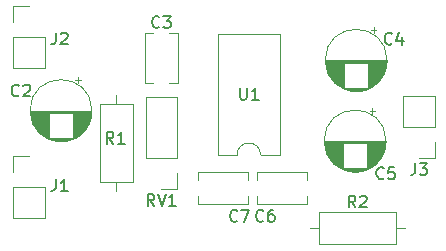
<source format=gbr>
%TF.GenerationSoftware,KiCad,Pcbnew,(6.0.11)*%
%TF.CreationDate,2023-05-30T10:33:30+01:00*%
%TF.ProjectId,tda2822 board,74646132-3832-4322-9062-6f6172642e6b,rev?*%
%TF.SameCoordinates,Original*%
%TF.FileFunction,Legend,Top*%
%TF.FilePolarity,Positive*%
%FSLAX46Y46*%
G04 Gerber Fmt 4.6, Leading zero omitted, Abs format (unit mm)*
G04 Created by KiCad (PCBNEW (6.0.11)) date 2023-05-30 10:33:30*
%MOMM*%
%LPD*%
G01*
G04 APERTURE LIST*
%ADD10C,0.150000*%
%ADD11C,0.120000*%
G04 APERTURE END LIST*
D10*
%TO.C,C6*%
X182833333Y-98957142D02*
X182785714Y-99004761D01*
X182642857Y-99052380D01*
X182547619Y-99052380D01*
X182404761Y-99004761D01*
X182309523Y-98909523D01*
X182261904Y-98814285D01*
X182214285Y-98623809D01*
X182214285Y-98480952D01*
X182261904Y-98290476D01*
X182309523Y-98195238D01*
X182404761Y-98100000D01*
X182547619Y-98052380D01*
X182642857Y-98052380D01*
X182785714Y-98100000D01*
X182833333Y-98147619D01*
X183690476Y-98052380D02*
X183500000Y-98052380D01*
X183404761Y-98100000D01*
X183357142Y-98147619D01*
X183261904Y-98290476D01*
X183214285Y-98480952D01*
X183214285Y-98861904D01*
X183261904Y-98957142D01*
X183309523Y-99004761D01*
X183404761Y-99052380D01*
X183595238Y-99052380D01*
X183690476Y-99004761D01*
X183738095Y-98957142D01*
X183785714Y-98861904D01*
X183785714Y-98623809D01*
X183738095Y-98528571D01*
X183690476Y-98480952D01*
X183595238Y-98433333D01*
X183404761Y-98433333D01*
X183309523Y-98480952D01*
X183261904Y-98528571D01*
X183214285Y-98623809D01*
%TO.C,J2*%
X165266666Y-83052380D02*
X165266666Y-83766666D01*
X165219047Y-83909523D01*
X165123809Y-84004761D01*
X164980952Y-84052380D01*
X164885714Y-84052380D01*
X165695238Y-83147619D02*
X165742857Y-83100000D01*
X165838095Y-83052380D01*
X166076190Y-83052380D01*
X166171428Y-83100000D01*
X166219047Y-83147619D01*
X166266666Y-83242857D01*
X166266666Y-83338095D01*
X166219047Y-83480952D01*
X165647619Y-84052380D01*
X166266666Y-84052380D01*
%TO.C,RV1*%
X173604761Y-97707380D02*
X173271428Y-97231190D01*
X173033333Y-97707380D02*
X173033333Y-96707380D01*
X173414285Y-96707380D01*
X173509523Y-96755000D01*
X173557142Y-96802619D01*
X173604761Y-96897857D01*
X173604761Y-97040714D01*
X173557142Y-97135952D01*
X173509523Y-97183571D01*
X173414285Y-97231190D01*
X173033333Y-97231190D01*
X173890476Y-96707380D02*
X174223809Y-97707380D01*
X174557142Y-96707380D01*
X175414285Y-97707380D02*
X174842857Y-97707380D01*
X175128571Y-97707380D02*
X175128571Y-96707380D01*
X175033333Y-96850238D01*
X174938095Y-96945476D01*
X174842857Y-96993095D01*
%TO.C,J1*%
X165266666Y-95452380D02*
X165266666Y-96166666D01*
X165219047Y-96309523D01*
X165123809Y-96404761D01*
X164980952Y-96452380D01*
X164885714Y-96452380D01*
X166266666Y-96452380D02*
X165695238Y-96452380D01*
X165980952Y-96452380D02*
X165980952Y-95452380D01*
X165885714Y-95595238D01*
X165790476Y-95690476D01*
X165695238Y-95738095D01*
%TO.C,J3*%
X195686666Y-94087380D02*
X195686666Y-94801666D01*
X195639047Y-94944523D01*
X195543809Y-95039761D01*
X195400952Y-95087380D01*
X195305714Y-95087380D01*
X196067619Y-94087380D02*
X196686666Y-94087380D01*
X196353333Y-94468333D01*
X196496190Y-94468333D01*
X196591428Y-94515952D01*
X196639047Y-94563571D01*
X196686666Y-94658809D01*
X196686666Y-94896904D01*
X196639047Y-94992142D01*
X196591428Y-95039761D01*
X196496190Y-95087380D01*
X196210476Y-95087380D01*
X196115238Y-95039761D01*
X196067619Y-94992142D01*
%TO.C,C3*%
X174033333Y-82557142D02*
X173985714Y-82604761D01*
X173842857Y-82652380D01*
X173747619Y-82652380D01*
X173604761Y-82604761D01*
X173509523Y-82509523D01*
X173461904Y-82414285D01*
X173414285Y-82223809D01*
X173414285Y-82080952D01*
X173461904Y-81890476D01*
X173509523Y-81795238D01*
X173604761Y-81700000D01*
X173747619Y-81652380D01*
X173842857Y-81652380D01*
X173985714Y-81700000D01*
X174033333Y-81747619D01*
X174366666Y-81652380D02*
X174985714Y-81652380D01*
X174652380Y-82033333D01*
X174795238Y-82033333D01*
X174890476Y-82080952D01*
X174938095Y-82128571D01*
X174985714Y-82223809D01*
X174985714Y-82461904D01*
X174938095Y-82557142D01*
X174890476Y-82604761D01*
X174795238Y-82652380D01*
X174509523Y-82652380D01*
X174414285Y-82604761D01*
X174366666Y-82557142D01*
%TO.C,C4*%
X193723109Y-83967366D02*
X193675490Y-84014985D01*
X193532633Y-84062604D01*
X193437395Y-84062604D01*
X193294537Y-84014985D01*
X193199299Y-83919747D01*
X193151680Y-83824509D01*
X193104061Y-83634033D01*
X193104061Y-83491176D01*
X193151680Y-83300700D01*
X193199299Y-83205462D01*
X193294537Y-83110224D01*
X193437395Y-83062604D01*
X193532633Y-83062604D01*
X193675490Y-83110224D01*
X193723109Y-83157843D01*
X194580252Y-83395938D02*
X194580252Y-84062604D01*
X194342156Y-83014985D02*
X194104061Y-83729271D01*
X194723109Y-83729271D01*
%TO.C,R1*%
X170133333Y-92452380D02*
X169800000Y-91976190D01*
X169561904Y-92452380D02*
X169561904Y-91452380D01*
X169942857Y-91452380D01*
X170038095Y-91500000D01*
X170085714Y-91547619D01*
X170133333Y-91642857D01*
X170133333Y-91785714D01*
X170085714Y-91880952D01*
X170038095Y-91928571D01*
X169942857Y-91976190D01*
X169561904Y-91976190D01*
X171085714Y-92452380D02*
X170514285Y-92452380D01*
X170800000Y-92452380D02*
X170800000Y-91452380D01*
X170704761Y-91595238D01*
X170609523Y-91690476D01*
X170514285Y-91738095D01*
%TO.C,C5*%
X193033333Y-95357142D02*
X192985714Y-95404761D01*
X192842857Y-95452380D01*
X192747619Y-95452380D01*
X192604761Y-95404761D01*
X192509523Y-95309523D01*
X192461904Y-95214285D01*
X192414285Y-95023809D01*
X192414285Y-94880952D01*
X192461904Y-94690476D01*
X192509523Y-94595238D01*
X192604761Y-94500000D01*
X192747619Y-94452380D01*
X192842857Y-94452380D01*
X192985714Y-94500000D01*
X193033333Y-94547619D01*
X193938095Y-94452380D02*
X193461904Y-94452380D01*
X193414285Y-94928571D01*
X193461904Y-94880952D01*
X193557142Y-94833333D01*
X193795238Y-94833333D01*
X193890476Y-94880952D01*
X193938095Y-94928571D01*
X193985714Y-95023809D01*
X193985714Y-95261904D01*
X193938095Y-95357142D01*
X193890476Y-95404761D01*
X193795238Y-95452380D01*
X193557142Y-95452380D01*
X193461904Y-95404761D01*
X193414285Y-95357142D01*
%TO.C,R2*%
X190633333Y-97852380D02*
X190300000Y-97376190D01*
X190061904Y-97852380D02*
X190061904Y-96852380D01*
X190442857Y-96852380D01*
X190538095Y-96900000D01*
X190585714Y-96947619D01*
X190633333Y-97042857D01*
X190633333Y-97185714D01*
X190585714Y-97280952D01*
X190538095Y-97328571D01*
X190442857Y-97376190D01*
X190061904Y-97376190D01*
X191014285Y-96947619D02*
X191061904Y-96900000D01*
X191157142Y-96852380D01*
X191395238Y-96852380D01*
X191490476Y-96900000D01*
X191538095Y-96947619D01*
X191585714Y-97042857D01*
X191585714Y-97138095D01*
X191538095Y-97280952D01*
X190966666Y-97852380D01*
X191585714Y-97852380D01*
%TO.C,C2*%
X162133333Y-88357142D02*
X162085714Y-88404761D01*
X161942857Y-88452380D01*
X161847619Y-88452380D01*
X161704761Y-88404761D01*
X161609523Y-88309523D01*
X161561904Y-88214285D01*
X161514285Y-88023809D01*
X161514285Y-87880952D01*
X161561904Y-87690476D01*
X161609523Y-87595238D01*
X161704761Y-87500000D01*
X161847619Y-87452380D01*
X161942857Y-87452380D01*
X162085714Y-87500000D01*
X162133333Y-87547619D01*
X162514285Y-87547619D02*
X162561904Y-87500000D01*
X162657142Y-87452380D01*
X162895238Y-87452380D01*
X162990476Y-87500000D01*
X163038095Y-87547619D01*
X163085714Y-87642857D01*
X163085714Y-87738095D01*
X163038095Y-87880952D01*
X162466666Y-88452380D01*
X163085714Y-88452380D01*
%TO.C,U1*%
X180858095Y-87727380D02*
X180858095Y-88536904D01*
X180905714Y-88632142D01*
X180953333Y-88679761D01*
X181048571Y-88727380D01*
X181239047Y-88727380D01*
X181334285Y-88679761D01*
X181381904Y-88632142D01*
X181429523Y-88536904D01*
X181429523Y-87727380D01*
X182429523Y-88727380D02*
X181858095Y-88727380D01*
X182143809Y-88727380D02*
X182143809Y-87727380D01*
X182048571Y-87870238D01*
X181953333Y-87965476D01*
X181858095Y-88013095D01*
%TO.C,C7*%
X180633333Y-98957142D02*
X180585714Y-99004761D01*
X180442857Y-99052380D01*
X180347619Y-99052380D01*
X180204761Y-99004761D01*
X180109523Y-98909523D01*
X180061904Y-98814285D01*
X180014285Y-98623809D01*
X180014285Y-98480952D01*
X180061904Y-98290476D01*
X180109523Y-98195238D01*
X180204761Y-98100000D01*
X180347619Y-98052380D01*
X180442857Y-98052380D01*
X180585714Y-98100000D01*
X180633333Y-98147619D01*
X180966666Y-98052380D02*
X181633333Y-98052380D01*
X181204761Y-99052380D01*
D11*
%TO.C,C6*%
X186570000Y-94830000D02*
X186570000Y-95535000D01*
X182330000Y-94830000D02*
X186570000Y-94830000D01*
X182330000Y-96865000D02*
X182330000Y-97570000D01*
X182330000Y-94830000D02*
X182330000Y-95535000D01*
X186570000Y-96865000D02*
X186570000Y-97570000D01*
X182330000Y-97570000D02*
X186570000Y-97570000D01*
%TO.C,J2*%
X161670000Y-82140000D02*
X161670000Y-80810000D01*
X161670000Y-83410000D02*
X164330000Y-83410000D01*
X161670000Y-80810000D02*
X163000000Y-80810000D01*
X161670000Y-83410000D02*
X161670000Y-86010000D01*
X161670000Y-86010000D02*
X164330000Y-86010000D01*
X164330000Y-83410000D02*
X164330000Y-86010000D01*
%TO.C,RV1*%
X172870000Y-93655000D02*
X172870000Y-88515000D01*
X175530000Y-88515000D02*
X172870000Y-88515000D01*
X175530000Y-93655000D02*
X172870000Y-93655000D01*
X175530000Y-94925000D02*
X175530000Y-96255000D01*
X175530000Y-93655000D02*
X175530000Y-88515000D01*
X175530000Y-96255000D02*
X174200000Y-96255000D01*
%TO.C,J1*%
X161670000Y-96110000D02*
X161670000Y-98710000D01*
X164330000Y-96110000D02*
X164330000Y-98710000D01*
X161670000Y-93510000D02*
X163000000Y-93510000D01*
X161670000Y-96110000D02*
X164330000Y-96110000D01*
X161670000Y-94840000D02*
X161670000Y-93510000D01*
X161670000Y-98710000D02*
X164330000Y-98710000D01*
%TO.C,J3*%
X197350000Y-93635000D02*
X196020000Y-93635000D01*
X197350000Y-91035000D02*
X194690000Y-91035000D01*
X197350000Y-91035000D02*
X197350000Y-88435000D01*
X197350000Y-92305000D02*
X197350000Y-93635000D01*
X197350000Y-88435000D02*
X194690000Y-88435000D01*
X194690000Y-91035000D02*
X194690000Y-88435000D01*
%TO.C,C3*%
X173535000Y-83080000D02*
X172830000Y-83080000D01*
X173535000Y-87320000D02*
X172830000Y-87320000D01*
X172830000Y-83080000D02*
X172830000Y-87320000D01*
X175570000Y-83080000D02*
X175570000Y-87320000D01*
X175570000Y-83080000D02*
X174865000Y-83080000D01*
X175570000Y-87320000D02*
X174865000Y-87320000D01*
%TO.C,C4*%
X193144776Y-86190776D02*
X191729776Y-86190776D01*
X189649776Y-87310776D02*
X188946776Y-87310776D01*
X189649776Y-85709776D02*
X188128776Y-85709776D01*
X189649776Y-87350776D02*
X188990776Y-87350776D01*
X189649776Y-86510776D02*
X188360776Y-86510776D01*
X189649776Y-87670776D02*
X189438776Y-87670776D01*
X189649776Y-86150776D02*
X188221776Y-86150776D01*
X193209776Y-85949776D02*
X191729776Y-85949776D01*
X192784776Y-86910776D02*
X191729776Y-86910776D01*
X189649776Y-86430776D02*
X188324776Y-86430776D01*
X189649776Y-87270776D02*
X188904776Y-87270776D01*
X189649776Y-87230776D02*
X188863776Y-87230776D01*
X189649776Y-86110776D02*
X188209776Y-86110776D01*
X193239776Y-85789776D02*
X191729776Y-85789776D01*
X192342776Y-87390776D02*
X191729776Y-87390776D01*
X192432776Y-87310776D02*
X191729776Y-87310776D01*
X193254776Y-85669776D02*
X191729776Y-85669776D01*
X189649776Y-86710776D02*
X188465776Y-86710776D01*
X189649776Y-86750776D02*
X188489776Y-86750776D01*
X189649776Y-86190776D02*
X188234776Y-86190776D01*
X192243776Y-87470776D02*
X191729776Y-87470776D01*
X189649776Y-86390776D02*
X188307776Y-86390776D01*
X189649776Y-87430776D02*
X189084776Y-87430776D01*
X190973776Y-87990776D02*
X190405776Y-87990776D01*
X189649776Y-87550776D02*
X189246776Y-87550776D01*
X193037776Y-86470776D02*
X191729776Y-86470776D01*
X193269776Y-85389776D02*
X188109776Y-85389776D01*
X189649776Y-85989776D02*
X188178776Y-85989776D01*
X192999776Y-86550776D02*
X191729776Y-86550776D01*
X192724776Y-86990776D02*
X191729776Y-86990776D01*
X189649776Y-86630776D02*
X188421776Y-86630776D01*
X193250776Y-85709776D02*
X191729776Y-85709776D01*
X192979776Y-86590776D02*
X191729776Y-86590776D01*
X193018776Y-86510776D02*
X191729776Y-86510776D01*
X192590776Y-87150776D02*
X191729776Y-87150776D01*
X191366776Y-87910776D02*
X190012776Y-87910776D01*
X193217776Y-85909776D02*
X191729776Y-85909776D01*
X192189776Y-87510776D02*
X191729776Y-87510776D01*
X189649776Y-87030776D02*
X188685776Y-87030776D01*
X193169776Y-86110776D02*
X191729776Y-86110776D01*
X191940776Y-87670776D02*
X191729776Y-87670776D01*
X189649776Y-87390776D02*
X189036776Y-87390776D01*
X189649776Y-87590776D02*
X189306776Y-87590776D01*
X193131776Y-86230776D02*
X191729776Y-86230776D01*
X189649776Y-87630776D02*
X189370776Y-87630776D01*
X192414776Y-82835001D02*
X191914776Y-82835001D01*
X193258776Y-85629776D02*
X191729776Y-85629776D01*
X193190776Y-86029776D02*
X191729776Y-86029776D01*
X192008776Y-87630776D02*
X191729776Y-87630776D01*
X193269776Y-85429776D02*
X188109776Y-85429776D01*
X189649776Y-86910776D02*
X188594776Y-86910776D01*
X189649776Y-87150776D02*
X188788776Y-87150776D01*
X192388776Y-87350776D02*
X191729776Y-87350776D01*
X189649776Y-85909776D02*
X188161776Y-85909776D01*
X189649776Y-86790776D02*
X188514776Y-86790776D01*
X189649776Y-86350776D02*
X188291776Y-86350776D01*
X191787776Y-87750776D02*
X189591776Y-87750776D01*
X193071776Y-86390776D02*
X191729776Y-86390776D01*
X193268776Y-85469776D02*
X188110776Y-85469776D01*
X189649776Y-86310776D02*
X188275776Y-86310776D01*
X193180776Y-86069776D02*
X191729776Y-86069776D01*
X192889776Y-86750776D02*
X191729776Y-86750776D01*
X191604776Y-87830776D02*
X189774776Y-87830776D01*
X193232776Y-85829776D02*
X191729776Y-85829776D01*
X192294776Y-87430776D02*
X191729776Y-87430776D01*
X192164776Y-82585001D02*
X192164776Y-83085001D01*
X189649776Y-85749776D02*
X188133776Y-85749776D01*
X192132776Y-87550776D02*
X191729776Y-87550776D01*
X192864776Y-86790776D02*
X191729776Y-86790776D01*
X189649776Y-87510776D02*
X189189776Y-87510776D01*
X189649776Y-86230776D02*
X188247776Y-86230776D01*
X192838776Y-86830776D02*
X191729776Y-86830776D01*
X189649776Y-85629776D02*
X188120776Y-85629776D01*
X189649776Y-87470776D02*
X189135776Y-87470776D01*
X193054776Y-86430776D02*
X191729776Y-86430776D01*
X193262776Y-85589776D02*
X188116776Y-85589776D01*
X189649776Y-86950776D02*
X188624776Y-86950776D01*
X192660776Y-87070776D02*
X191729776Y-87070776D01*
X191494776Y-87870776D02*
X189884776Y-87870776D01*
X191867776Y-87710776D02*
X189511776Y-87710776D01*
X189649776Y-87070776D02*
X188718776Y-87070776D01*
X193103776Y-86310776D02*
X191729776Y-86310776D01*
X189649776Y-85669776D02*
X188124776Y-85669776D01*
X189649776Y-86029776D02*
X188188776Y-86029776D01*
X192626776Y-87110776D02*
X191729776Y-87110776D01*
X189649776Y-86069776D02*
X188198776Y-86069776D01*
X189649776Y-85949776D02*
X188169776Y-85949776D01*
X189649776Y-86590776D02*
X188399776Y-86590776D01*
X193117776Y-86270776D02*
X191729776Y-86270776D01*
X192913776Y-86710776D02*
X191729776Y-86710776D01*
X189649776Y-86270776D02*
X188261776Y-86270776D01*
X193245776Y-85749776D02*
X191729776Y-85749776D01*
X193087776Y-86350776D02*
X191729776Y-86350776D01*
X193265776Y-85549776D02*
X188113776Y-85549776D01*
X193200776Y-85989776D02*
X191729776Y-85989776D01*
X192754776Y-86950776D02*
X191729776Y-86950776D01*
X193267776Y-85509776D02*
X188111776Y-85509776D01*
X191207776Y-87950776D02*
X190171776Y-87950776D01*
X192957776Y-86630776D02*
X191729776Y-86630776D01*
X189649776Y-85829776D02*
X188146776Y-85829776D01*
X189649776Y-86470776D02*
X188341776Y-86470776D01*
X191700776Y-87790776D02*
X189678776Y-87790776D01*
X189649776Y-87110776D02*
X188752776Y-87110776D01*
X192072776Y-87590776D02*
X191729776Y-87590776D01*
X192811776Y-86870776D02*
X191729776Y-86870776D01*
X189649776Y-86670776D02*
X188442776Y-86670776D01*
X189649776Y-86550776D02*
X188379776Y-86550776D01*
X189649776Y-86990776D02*
X188654776Y-86990776D01*
X192693776Y-87030776D02*
X191729776Y-87030776D01*
X189649776Y-86830776D02*
X188540776Y-86830776D01*
X189649776Y-85789776D02*
X188139776Y-85789776D01*
X192515776Y-87230776D02*
X191729776Y-87230776D01*
X192553776Y-87190776D02*
X191729776Y-87190776D01*
X189649776Y-86870776D02*
X188567776Y-86870776D01*
X192474776Y-87270776D02*
X191729776Y-87270776D01*
X193225776Y-85869776D02*
X191729776Y-85869776D01*
X189649776Y-85869776D02*
X188153776Y-85869776D01*
X193157776Y-86150776D02*
X191729776Y-86150776D01*
X189649776Y-87190776D02*
X188825776Y-87190776D01*
X192936776Y-86670776D02*
X191729776Y-86670776D01*
X193309776Y-85389776D02*
G75*
G03*
X193309776Y-85389776I-2620000J0D01*
G01*
%TO.C,R1*%
X169030000Y-95670000D02*
X171770000Y-95670000D01*
X170400000Y-88360000D02*
X170400000Y-89130000D01*
X171770000Y-95670000D02*
X171770000Y-89130000D01*
X171770000Y-89130000D02*
X169030000Y-89130000D01*
X170400000Y-96440000D02*
X170400000Y-95670000D01*
X169030000Y-89130000D02*
X169030000Y-95670000D01*
%TO.C,C5*%
X189560000Y-93825435D02*
X188565000Y-93825435D01*
X193128000Y-92744435D02*
X191640000Y-92744435D01*
X191277000Y-94745435D02*
X189923000Y-94745435D01*
X189560000Y-93065435D02*
X188158000Y-93065435D01*
X193173000Y-92424435D02*
X188027000Y-92424435D01*
X192910000Y-93385435D02*
X191640000Y-93385435D01*
X189560000Y-93545435D02*
X188376000Y-93545435D01*
X189560000Y-94305435D02*
X189046000Y-94305435D01*
X193101000Y-92864435D02*
X191640000Y-92864435D01*
X193176000Y-92384435D02*
X188024000Y-92384435D01*
X189560000Y-93585435D02*
X188400000Y-93585435D01*
X192890000Y-93425435D02*
X191640000Y-93425435D01*
X189560000Y-92985435D02*
X188132000Y-92985435D01*
X192929000Y-93345435D02*
X191640000Y-93345435D01*
X193111000Y-92824435D02*
X191640000Y-92824435D01*
X193120000Y-92784435D02*
X191640000Y-92784435D01*
X192205000Y-94265435D02*
X191640000Y-94265435D01*
X192385000Y-94105435D02*
X191640000Y-94105435D01*
X189560000Y-93465435D02*
X188332000Y-93465435D01*
X189560000Y-94345435D02*
X189100000Y-94345435D01*
X189560000Y-93425435D02*
X188310000Y-93425435D01*
X190884000Y-94825435D02*
X190316000Y-94825435D01*
X189560000Y-93025435D02*
X188145000Y-93025435D01*
X189560000Y-93505435D02*
X188353000Y-93505435D01*
X191405000Y-94705435D02*
X189795000Y-94705435D01*
X189560000Y-93305435D02*
X188252000Y-93305435D01*
X193068000Y-92985435D02*
X191640000Y-92985435D01*
X189560000Y-93265435D02*
X188235000Y-93265435D01*
X193165000Y-92504435D02*
X191640000Y-92504435D01*
X192426000Y-94065435D02*
X191640000Y-94065435D01*
X192868000Y-93465435D02*
X191640000Y-93465435D01*
X192775000Y-93625435D02*
X191640000Y-93625435D01*
X192948000Y-93305435D02*
X191640000Y-93305435D01*
X189560000Y-92744435D02*
X188072000Y-92744435D01*
X192982000Y-93225435D02*
X191640000Y-93225435D01*
X189560000Y-93865435D02*
X188596000Y-93865435D01*
X189560000Y-92464435D02*
X188031000Y-92464435D01*
X192847000Y-93505435D02*
X191640000Y-93505435D01*
X192537000Y-93945435D02*
X191640000Y-93945435D01*
X192154000Y-94305435D02*
X191640000Y-94305435D01*
X189560000Y-93945435D02*
X188663000Y-93945435D01*
X193178000Y-92344435D02*
X188022000Y-92344435D01*
X189560000Y-93625435D02*
X188425000Y-93625435D01*
X189560000Y-92584435D02*
X188044000Y-92584435D01*
X191983000Y-94425435D02*
X191640000Y-94425435D01*
X189560000Y-94425435D02*
X189217000Y-94425435D01*
X189560000Y-93745435D02*
X188505000Y-93745435D01*
X193180000Y-92224435D02*
X188020000Y-92224435D01*
X192665000Y-93785435D02*
X191640000Y-93785435D01*
X192299000Y-94185435D02*
X191640000Y-94185435D01*
X189560000Y-93225435D02*
X188218000Y-93225435D01*
X192075000Y-89419660D02*
X192075000Y-89919660D01*
X191698000Y-94585435D02*
X189502000Y-94585435D01*
X191611000Y-94625435D02*
X189589000Y-94625435D01*
X189560000Y-93985435D02*
X188699000Y-93985435D01*
X189560000Y-93345435D02*
X188271000Y-93345435D01*
X193143000Y-92664435D02*
X191640000Y-92664435D01*
X189560000Y-93145435D02*
X188186000Y-93145435D01*
X191778000Y-94545435D02*
X189422000Y-94545435D01*
X189560000Y-93665435D02*
X188451000Y-93665435D01*
X192343000Y-94145435D02*
X191640000Y-94145435D01*
X189560000Y-94385435D02*
X189157000Y-94385435D01*
X193150000Y-92624435D02*
X191640000Y-92624435D01*
X192501000Y-93985435D02*
X191640000Y-93985435D01*
X189560000Y-93905435D02*
X188629000Y-93905435D01*
X189560000Y-94105435D02*
X188815000Y-94105435D01*
X189560000Y-92704435D02*
X188064000Y-92704435D01*
X193180000Y-92264435D02*
X188020000Y-92264435D01*
X193014000Y-93145435D02*
X191640000Y-93145435D01*
X189560000Y-94465435D02*
X189281000Y-94465435D01*
X189560000Y-94065435D02*
X188774000Y-94065435D01*
X193028000Y-93105435D02*
X191640000Y-93105435D01*
X191118000Y-94785435D02*
X190082000Y-94785435D01*
X189560000Y-92504435D02*
X188035000Y-92504435D01*
X193055000Y-93025435D02*
X191640000Y-93025435D01*
X193156000Y-92584435D02*
X191640000Y-92584435D01*
X192824000Y-93545435D02*
X191640000Y-93545435D01*
X192998000Y-93185435D02*
X191640000Y-93185435D01*
X189560000Y-92824435D02*
X188089000Y-92824435D01*
X189560000Y-93705435D02*
X188478000Y-93705435D01*
X193179000Y-92304435D02*
X188021000Y-92304435D01*
X189560000Y-94265435D02*
X188995000Y-94265435D01*
X189560000Y-92784435D02*
X188080000Y-92784435D01*
X192325000Y-89669660D02*
X191825000Y-89669660D01*
X192749000Y-93665435D02*
X191640000Y-93665435D01*
X192043000Y-94385435D02*
X191640000Y-94385435D01*
X189560000Y-92945435D02*
X188120000Y-92945435D01*
X189560000Y-94185435D02*
X188901000Y-94185435D01*
X189560000Y-92624435D02*
X188050000Y-92624435D01*
X192965000Y-93265435D02*
X191640000Y-93265435D01*
X193042000Y-93065435D02*
X191640000Y-93065435D01*
X189560000Y-94505435D02*
X189349000Y-94505435D01*
X192800000Y-93585435D02*
X191640000Y-93585435D01*
X193136000Y-92704435D02*
X191640000Y-92704435D01*
X189560000Y-94025435D02*
X188736000Y-94025435D01*
X189560000Y-92664435D02*
X188057000Y-92664435D01*
X191919000Y-94465435D02*
X191640000Y-94465435D01*
X189560000Y-92864435D02*
X188099000Y-92864435D01*
X192571000Y-93905435D02*
X191640000Y-93905435D01*
X192604000Y-93865435D02*
X191640000Y-93865435D01*
X193161000Y-92544435D02*
X191640000Y-92544435D01*
X189560000Y-93385435D02*
X188290000Y-93385435D01*
X193169000Y-92464435D02*
X191640000Y-92464435D01*
X193080000Y-92945435D02*
X191640000Y-92945435D01*
X189560000Y-93185435D02*
X188202000Y-93185435D01*
X191515000Y-94665435D02*
X189685000Y-94665435D01*
X192100000Y-94345435D02*
X191640000Y-94345435D01*
X192464000Y-94025435D02*
X191640000Y-94025435D01*
X192635000Y-93825435D02*
X191640000Y-93825435D01*
X189560000Y-93785435D02*
X188535000Y-93785435D01*
X189560000Y-92904435D02*
X188109000Y-92904435D01*
X191851000Y-94505435D02*
X191640000Y-94505435D01*
X189560000Y-94225435D02*
X188947000Y-94225435D01*
X189560000Y-92544435D02*
X188039000Y-92544435D01*
X192722000Y-93705435D02*
X191640000Y-93705435D01*
X189560000Y-93105435D02*
X188172000Y-93105435D01*
X192695000Y-93745435D02*
X191640000Y-93745435D01*
X192253000Y-94225435D02*
X191640000Y-94225435D01*
X193091000Y-92904435D02*
X191640000Y-92904435D01*
X189560000Y-94145435D02*
X188857000Y-94145435D01*
X193220000Y-92224435D02*
G75*
G03*
X193220000Y-92224435I-2620000J0D01*
G01*
%TO.C,R2*%
X186760000Y-99600000D02*
X187530000Y-99600000D01*
X194070000Y-100970000D02*
X194070000Y-98230000D01*
X194840000Y-99600000D02*
X194070000Y-99600000D01*
X194070000Y-98230000D02*
X187530000Y-98230000D01*
X187530000Y-98230000D02*
X187530000Y-100970000D01*
X187530000Y-100970000D02*
X194070000Y-100970000D01*
%TO.C,C2*%
X164660000Y-90811000D02*
X163390000Y-90811000D01*
X167019000Y-91891000D02*
X166740000Y-91891000D01*
X166615000Y-92091000D02*
X164785000Y-92091000D01*
X168201000Y-90290000D02*
X166740000Y-90290000D01*
X164660000Y-90411000D02*
X163232000Y-90411000D01*
X164660000Y-90891000D02*
X163432000Y-90891000D01*
X168278000Y-89770000D02*
X163122000Y-89770000D01*
X166878000Y-91971000D02*
X164522000Y-91971000D01*
X167849000Y-91091000D02*
X166740000Y-91091000D01*
X164660000Y-90130000D02*
X163164000Y-90130000D01*
X164660000Y-91811000D02*
X164257000Y-91811000D01*
X168065000Y-90691000D02*
X166740000Y-90691000D01*
X164660000Y-90531000D02*
X163272000Y-90531000D01*
X164660000Y-91051000D02*
X163525000Y-91051000D01*
X166951000Y-91931000D02*
X166740000Y-91931000D01*
X168256000Y-90010000D02*
X166740000Y-90010000D01*
X168142000Y-90491000D02*
X166740000Y-90491000D01*
X167305000Y-91691000D02*
X166740000Y-91691000D01*
X164660000Y-91611000D02*
X164001000Y-91611000D01*
X167947000Y-90931000D02*
X166740000Y-90931000D01*
X168269000Y-89890000D02*
X166740000Y-89890000D01*
X164660000Y-90931000D02*
X163453000Y-90931000D01*
X164660000Y-91331000D02*
X163729000Y-91331000D01*
X168211000Y-90250000D02*
X166740000Y-90250000D01*
X164660000Y-90611000D02*
X163302000Y-90611000D01*
X168168000Y-90411000D02*
X166740000Y-90411000D01*
X167795000Y-91171000D02*
X166740000Y-91171000D01*
X164660000Y-89930000D02*
X163135000Y-89930000D01*
X164660000Y-91251000D02*
X163665000Y-91251000D01*
X168279000Y-89730000D02*
X163121000Y-89730000D01*
X167443000Y-91571000D02*
X166740000Y-91571000D01*
X164660000Y-90371000D02*
X163220000Y-90371000D01*
X166218000Y-92211000D02*
X165182000Y-92211000D01*
X168280000Y-89650000D02*
X163120000Y-89650000D01*
X167765000Y-91211000D02*
X166740000Y-91211000D01*
X167968000Y-90891000D02*
X166740000Y-90891000D01*
X167671000Y-91331000D02*
X166740000Y-91331000D01*
X164660000Y-91891000D02*
X164381000Y-91891000D01*
X164660000Y-91451000D02*
X163836000Y-91451000D01*
X164660000Y-91411000D02*
X163799000Y-91411000D01*
X164660000Y-91651000D02*
X164047000Y-91651000D01*
X168243000Y-90090000D02*
X166740000Y-90090000D01*
X168220000Y-90210000D02*
X166740000Y-90210000D01*
X164660000Y-91771000D02*
X164200000Y-91771000D01*
X168098000Y-90611000D02*
X166740000Y-90611000D01*
X167254000Y-91731000D02*
X166740000Y-91731000D01*
X166505000Y-92131000D02*
X164895000Y-92131000D01*
X164660000Y-91131000D02*
X163578000Y-91131000D01*
X167875000Y-91051000D02*
X166740000Y-91051000D01*
X168280000Y-89690000D02*
X163120000Y-89690000D01*
X164660000Y-90731000D02*
X163352000Y-90731000D01*
X164660000Y-90451000D02*
X163245000Y-90451000D01*
X166711000Y-92051000D02*
X164689000Y-92051000D01*
X164660000Y-91931000D02*
X164449000Y-91931000D01*
X168029000Y-90771000D02*
X166740000Y-90771000D01*
X168114000Y-90571000D02*
X166740000Y-90571000D01*
X164660000Y-90170000D02*
X163172000Y-90170000D01*
X167601000Y-91411000D02*
X166740000Y-91411000D01*
X168228000Y-90170000D02*
X166740000Y-90170000D01*
X168261000Y-89970000D02*
X166740000Y-89970000D01*
X164660000Y-90771000D02*
X163371000Y-90771000D01*
X164660000Y-91491000D02*
X163874000Y-91491000D01*
X168082000Y-90651000D02*
X166740000Y-90651000D01*
X168048000Y-90731000D02*
X166740000Y-90731000D01*
X164660000Y-89970000D02*
X163139000Y-89970000D01*
X167924000Y-90971000D02*
X166740000Y-90971000D01*
X164660000Y-91531000D02*
X163915000Y-91531000D01*
X167353000Y-91651000D02*
X166740000Y-91651000D01*
X167485000Y-91531000D02*
X166740000Y-91531000D01*
X164660000Y-91291000D02*
X163696000Y-91291000D01*
X168010000Y-90811000D02*
X166740000Y-90811000D01*
X167526000Y-91491000D02*
X166740000Y-91491000D01*
X164660000Y-91851000D02*
X164317000Y-91851000D01*
X167083000Y-91851000D02*
X166740000Y-91851000D01*
X164660000Y-90691000D02*
X163335000Y-90691000D01*
X167143000Y-91811000D02*
X166740000Y-91811000D01*
X167735000Y-91251000D02*
X166740000Y-91251000D01*
X164660000Y-91371000D02*
X163763000Y-91371000D01*
X164660000Y-90090000D02*
X163157000Y-90090000D01*
X164660000Y-91011000D02*
X163500000Y-91011000D01*
X168236000Y-90130000D02*
X166740000Y-90130000D01*
X168155000Y-90451000D02*
X166740000Y-90451000D01*
X168180000Y-90371000D02*
X166740000Y-90371000D01*
X167704000Y-91291000D02*
X166740000Y-91291000D01*
X168250000Y-90050000D02*
X166740000Y-90050000D01*
X166377000Y-92171000D02*
X165023000Y-92171000D01*
X164660000Y-90651000D02*
X163318000Y-90651000D01*
X168128000Y-90531000D02*
X166740000Y-90531000D01*
X167822000Y-91131000D02*
X166740000Y-91131000D01*
X164660000Y-91211000D02*
X163635000Y-91211000D01*
X164660000Y-90971000D02*
X163476000Y-90971000D01*
X168276000Y-89810000D02*
X163124000Y-89810000D01*
X167990000Y-90851000D02*
X166740000Y-90851000D01*
X164660000Y-91691000D02*
X164095000Y-91691000D01*
X167425000Y-87095225D02*
X166925000Y-87095225D01*
X167175000Y-86845225D02*
X167175000Y-87345225D01*
X164660000Y-90210000D02*
X163180000Y-90210000D01*
X166798000Y-92011000D02*
X164602000Y-92011000D01*
X164660000Y-90010000D02*
X163144000Y-90010000D01*
X168265000Y-89930000D02*
X166740000Y-89930000D01*
X167564000Y-91451000D02*
X166740000Y-91451000D01*
X164660000Y-90250000D02*
X163189000Y-90250000D01*
X164660000Y-89890000D02*
X163131000Y-89890000D01*
X164660000Y-91571000D02*
X163957000Y-91571000D01*
X167200000Y-91771000D02*
X166740000Y-91771000D01*
X164660000Y-91171000D02*
X163605000Y-91171000D01*
X167399000Y-91611000D02*
X166740000Y-91611000D01*
X164660000Y-90491000D02*
X163258000Y-90491000D01*
X167637000Y-91371000D02*
X166740000Y-91371000D01*
X164660000Y-91731000D02*
X164146000Y-91731000D01*
X165984000Y-92251000D02*
X165416000Y-92251000D01*
X164660000Y-90330000D02*
X163209000Y-90330000D01*
X168191000Y-90330000D02*
X166740000Y-90330000D01*
X164660000Y-91091000D02*
X163551000Y-91091000D01*
X167900000Y-91011000D02*
X166740000Y-91011000D01*
X164660000Y-90050000D02*
X163150000Y-90050000D01*
X168273000Y-89850000D02*
X163127000Y-89850000D01*
X164660000Y-90290000D02*
X163199000Y-90290000D01*
X164660000Y-90851000D02*
X163410000Y-90851000D01*
X164660000Y-90571000D02*
X163286000Y-90571000D01*
X168320000Y-89650000D02*
G75*
G03*
X168320000Y-89650000I-2620000J0D01*
G01*
%TO.C,U1*%
X178960000Y-83125000D02*
X178960000Y-93405000D01*
X178960000Y-93405000D02*
X180610000Y-93405000D01*
X182610000Y-93405000D02*
X184260000Y-93405000D01*
X184260000Y-93405000D02*
X184260000Y-83125000D01*
X184260000Y-83125000D02*
X178960000Y-83125000D01*
X182610000Y-93405000D02*
G75*
G03*
X180610000Y-93405000I-1000000J0D01*
G01*
%TO.C,C7*%
X181520000Y-95535000D02*
X181520000Y-94830000D01*
X181520000Y-94830000D02*
X177280000Y-94830000D01*
X177280000Y-97570000D02*
X177280000Y-96865000D01*
X181520000Y-97570000D02*
X177280000Y-97570000D01*
X181520000Y-97570000D02*
X181520000Y-96865000D01*
X177280000Y-95535000D02*
X177280000Y-94830000D01*
%TD*%
M02*

</source>
